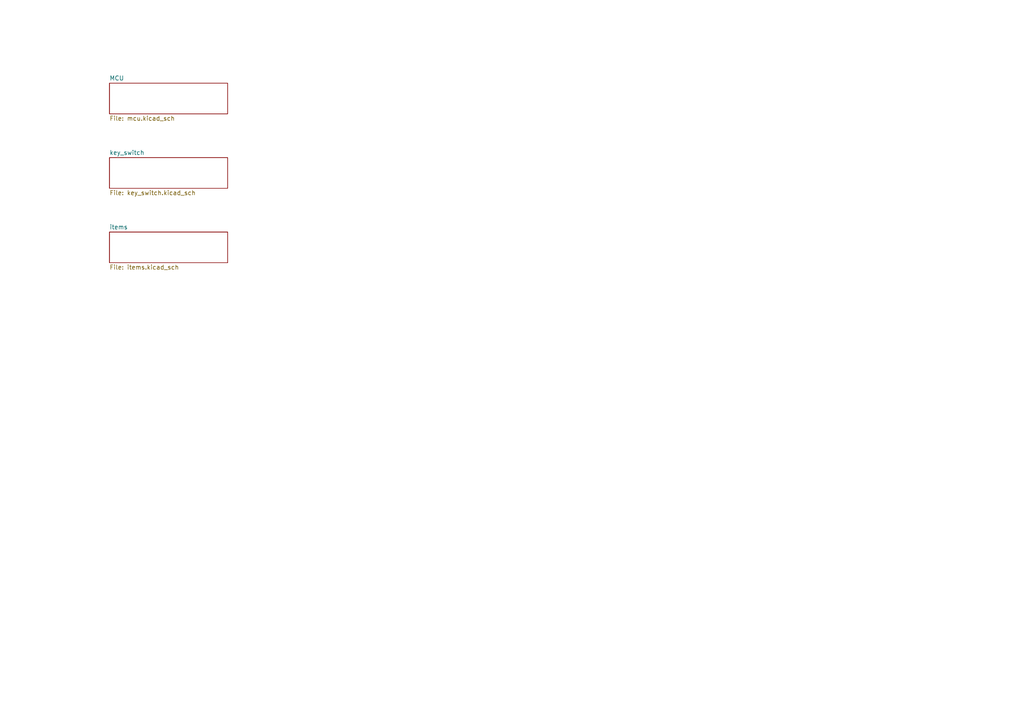
<source format=kicad_sch>
(kicad_sch (version 20211123) (generator eeschema)
  (paper "A4")
  (title_block (title "HatsuLight_schematic") (date "2023-01-01") (rev "0.1") (company "kazmeegawa"))
  (lib_symbols)
  (sheet (at 31.75 67.31) (size 34.29 8.89) (stroke (width 0.1524))
    (property "Sheet name" "items" (at 31.75 66.5984 0) (effects (justify left bottom)))
    (property "Sheet file" "items.kicad_sch" (at 31.75 76.7846 0) (effects (justify left top)))
  )
  (sheet (at 31.75 24.13) (size 34.29 8.89) (stroke (width 0.1524))
    (property "Sheet name" "MCU" (at 31.75 23.4184 0) (effects (justify left bottom)))
    (property "Sheet file" "mcu.kicad_sch" (at 31.75 33.6046 0) (effects (justify left top)))
  )
  (sheet (at 31.75 45.72) (size 34.29 8.89) (stroke (width 0.1524))
    (property "Sheet name" "key_switch" (at 31.75 45.0084 0) (effects (justify left bottom)))
    (property "Sheet file" "key_switch.kicad_sch" (at 31.75 55.1946 0) (effects (justify left top)))
  )
)
</source>
